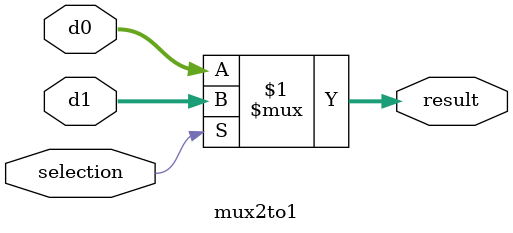
<source format=sv>
module mux2to1 #(parameter WIDTH = 8)(
    input logic  [WIDTH-1:0] d0, d1,
    input logic selection,
	output logic [WIDTH-1:0] result
);
	assign result = selection ? d1 : d0;
endmodule

</source>
